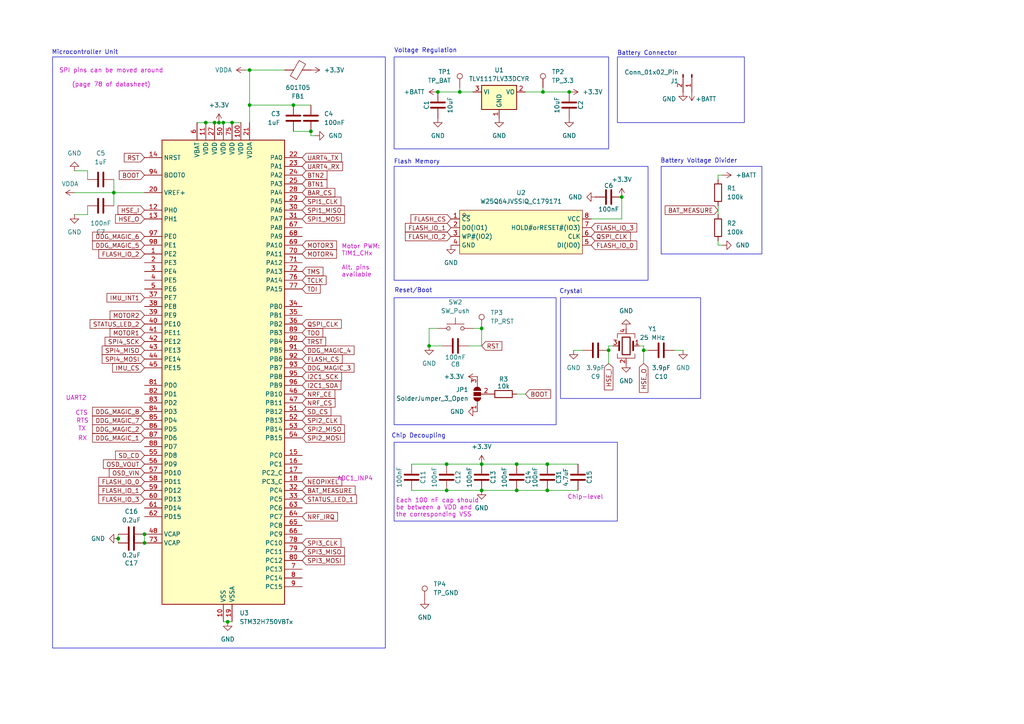
<source format=kicad_sch>
(kicad_sch (version 20250114) (generator "eeschema") (generator_version "9.0")
  (paper "A4")
  (lib_symbols
    (symbol "Connector:Conn_01x02_Pin" (pin_names (offset 1.016) (hide yes))
      (property "Reference" "J" (at 0 2.54 0))
      (property "Value" "Conn_01x02_Pin" (at 0 -5.08 0))
      (symbol "Conn_01x02_Pin_1_1"
        (rectangle (start 0.8636 0.127) (end 0 -0.127) (stroke (width 0.1524)) (fill (type outline)))
        (rectangle (start 0.8636 -2.413) (end 0 -2.667) (stroke (width 0.1524)) (fill (type outline)))
        (polyline (pts (xy 1.27 0) (xy 0.8636 0)) (stroke (width 0.1524)))
        (polyline (pts (xy 1.27 -2.54) (xy 0.8636 -2.54)) (stroke (width 0.1524)))
        (pin passive line (at 5.08 0 180) (length 3.81) (name "Pin_1") (number "1"))
        (pin passive line (at 5.08 -2.54 180) (length 3.81) (name "Pin_2") (number "2"))
      )
    )
    (symbol "Connector:TestPoint" (pin_numbers (hide yes)) (pin_names (offset 0.762) (hide yes))
      (property "Reference" "TP" (at 0 6.858 0))
      (property "Value" "TestPoint" (at 0 5.08 0))
      (symbol "TestPoint_0_1"
        (circle (center 0 3.302) (radius 0.762))
      )
      (symbol "TestPoint_1_1"
        (pin passive line (at 0 0 90) (length 2.54) (name "1") (number "1"))
      )
    )
    (symbol "Device:C" (pin_numbers (hide yes)) (pin_names (offset 0.254))
      (property "Reference" "C" (at 0.635 2.54 0))
      (property "Value" "C" (at 0.635 -2.54 0))
      (symbol "C_0_1"
        (polyline (pts (xy -2.032 0.762) (xy 2.032 0.762)) (stroke (width 0.508)))
        (polyline (pts (xy -2.032 -0.762) (xy 2.032 -0.762)) (stroke (width 0.508)))
      )
      (symbol "C_1_1"
        (pin passive line (at 0 3.81 270) (length 2.794) (name "~") (number "1"))
        (pin passive line (at 0 -3.81 90) (length 2.794) (name "~") (number "2"))
      )
    )
    (symbol "Device:Crystal_GND24" (pin_names (offset 1.016) (hide yes))
      (property "Reference" "Y" (at 3.175 5.08 0))
      (property "Value" "Crystal_GND24" (at 3.175 3.175 0))
      (symbol "Crystal_GND24_0_1"
        (polyline (pts (xy -2.54 2.286) (xy -2.54 3.556) (xy 2.54 3.556) (xy 2.54 2.286)))
        (polyline (pts (xy -2.54 0) (xy -2.032 0)))
        (polyline (pts (xy -2.54 -2.286) (xy -2.54 -3.556) (xy 2.54 -3.556) (xy 2.54 -2.286)))
        (polyline (pts (xy -2.032 -1.27) (xy -2.032 1.27)) (stroke (width 0.508)))
        (rectangle (start -1.143 2.54) (end 1.143 -2.54) (stroke (width 0.3048)))
        (polyline (pts (xy 0 3.556) (xy 0 3.81)))
        (polyline (pts (xy 0 -3.81) (xy 0 -3.556)))
        (polyline (pts (xy 2.032 0) (xy 2.54 0)))
        (polyline (pts (xy 2.032 -1.27) (xy 2.032 1.27)) (stroke (width 0.508)))
      )
      (symbol "Crystal_GND24_1_1"
        (pin passive line (at -3.81 0 0) (length 1.27) (name "1") (number "1"))
        (pin passive line (at 0 5.08 270) (length 1.27) (name "2") (number "2"))
        (pin passive line (at 0 -5.08 90) (length 1.27) (name "4") (number "4"))
        (pin passive line (at 3.81 0 180) (length 1.27) (name "3") (number "3"))
      )
    )
    (symbol "Device:FerriteBead" (pin_numbers (hide yes)) (pin_names (offset 0))
      (property "Reference" "FB" (at -3.81 0.635 90))
      (property "Value" "FerriteBead" (at 3.81 0 90))
      (symbol "FerriteBead_0_1"
        (polyline (pts (xy -2.7686 0.4064) (xy -1.7018 2.2606) (xy 2.7686 -0.3048) (xy 1.6764 -2.159) (xy -2.7686 0.4064)))
        (polyline (pts (xy 0 1.27) (xy 0 1.2954)))
        (polyline (pts (xy 0 -1.27) (xy 0 -1.2192)))
      )
      (symbol "FerriteBead_1_1"
        (pin passive line (at 0 3.81 270) (length 2.54) (name "~") (number "1"))
        (pin passive line (at 0 -3.81 90) (length 2.54) (name "~") (number "2"))
      )
    )
    (symbol "Device:R" (pin_numbers (hide yes)) (pin_names (offset 0))
      (property "Reference" "R" (at 2.032 0 90))
      (property "Value" "R" (at 0 0 90))
      (symbol "R_0_1"
        (rectangle (start -1.016 -2.54) (end 1.016 2.54) (stroke (width 0.254)))
      )
      (symbol "R_1_1"
        (pin passive line (at 0 3.81 270) (length 1.27) (name "~") (number "1"))
        (pin passive line (at 0 -3.81 90) (length 1.27) (name "~") (number "2"))
      )
    )
    (symbol "Jumper:SolderJumper_3_Open" (pin_names (offset 0) (hide yes)) (in_bom no)
      (property "Reference" "JP" (at -2.54 -2.54 0))
      (property "Value" "SolderJumper_3_Open" (at 0 2.794 0))
      (symbol "SolderJumper_3_Open_0_1"
        (polyline (pts (xy -2.54 0) (xy -2.032 0)))
        (polyline (pts (xy -1.016 1.016) (xy -1.016 -1.016)))
        (arc (start -1.016 -1.016) (mid -2.0276 0) (end -1.016 1.016))
        (arc (start -1.016 -1.016) (mid -2.0276 0) (end -1.016 1.016) (fill (type outline)))
        (rectangle (start -0.508 1.016) (end 0.508 -1.016) (fill (type outline)))
        (polyline (pts (xy 0 -1.27) (xy 0 -1.016)))
        (arc (start 1.016 1.016) (mid 2.0276 0) (end 1.016 -1.016))
        (arc (start 1.016 1.016) (mid 2.0276 0) (end 1.016 -1.016) (fill (type outline)))
        (polyline (pts (xy 1.016 1.016) (xy 1.016 -1.016)))
        (polyline (pts (xy 2.54 0) (xy 2.032 0)))
      )
      (symbol "SolderJumper_3_Open_1_1"
        (pin passive line (at -5.08 0 0) (length 2.54) (name "A") (number "1"))
        (pin passive line (at 0 -3.81 90) (length 2.54) (name "C") (number "2"))
        (pin passive line (at 5.08 0 180) (length 2.54) (name "B") (number "3"))
      )
    )
    (symbol "MCU_ST_STM32H7:STM32H750VBTx"
      (property "Reference" "U" (at -17.78 69.85 0))
      (property "Value" "STM32H750VBTx" (at 10.16 69.85 0))
      (symbol "STM32H750VBTx_0_1"
        (rectangle (start -17.78 -66.04) (end 17.78 68.58) (stroke (width 0.254)) (fill (type background)))
      )
      (symbol "STM32H750VBTx_1_1"
        (pin input line (at -22.86 63.5 0) (length 5.08) (name "NRST") (number "14"))
        (pin input line (at -22.86 58.42 0) (length 5.08) (name "BOOT0") (number "94"))
        (pin input line (at -22.86 53.34 0) (length 5.08) (name "VREF+") (number "20"))
        (pin bidirectional line (at -22.86 48.26 0) (length 5.08) (name "PH0") (number "12"))
        (pin bidirectional line (at -22.86 45.72 0) (length 5.08) (name "PH1") (number "13"))
        (pin bidirectional line (at -22.86 40.64 0) (length 5.08) (name "PE0") (number "97"))
        (pin bidirectional line (at -22.86 38.1 0) (length 5.08) (name "PE1") (number "98"))
        (pin bidirectional line (at -22.86 35.56 0) (length 5.08) (name "PE2") (number "1"))
        (pin bidirectional line (at -22.86 33.02 0) (length 5.08) (name "PE3") (number "2"))
        (pin bidirectional line (at -22.86 30.48 0) (length 5.08) (name "PE4") (number "3"))
        (pin bidirectional line (at -22.86 27.94 0) (length 5.08) (name "PE5") (number "4"))
        (pin bidirectional line (at -22.86 25.4 0) (length 5.08) (name "PE6") (number "5"))
        (pin bidirectional line (at -22.86 22.86 0) (length 5.08) (name "PE7") (number "37"))
        (pin bidirectional line (at -22.86 20.32 0) (length 5.08) (name "PE8") (number "38"))
        (pin bidirectional line (at -22.86 17.78 0) (length 5.08) (name "PE9") (number "39"))
        (pin bidirectional line (at -22.86 15.24 0) (length 5.08) (name "PE10") (number "40"))
        (pin bidirectional line (at -22.86 12.7 0) (length 5.08) (name "PE11") (number "41"))
        (pin bidirectional line (at -22.86 10.16 0) (length 5.08) (name "PE12") (number "42"))
        (pin bidirectional line (at -22.86 7.62 0) (length 5.08) (name "PE13") (number "43"))
        (pin bidirectional line (at -22.86 5.08 0) (length 5.08) (name "PE14") (number "44"))
        (pin bidirectional line (at -22.86 2.54 0) (length 5.08) (name "PE15") (number "45"))
        (pin bidirectional line (at -22.86 -2.54 0) (length 5.08) (name "PD0") (number "81"))
        (pin bidirectional line (at -22.86 -5.08 0) (length 5.08) (name "PD1") (number "82"))
        (pin bidirectional line (at -22.86 -7.62 0) (length 5.08) (name "PD2") (number "83"))
        (pin bidirectional line (at -22.86 -10.16 0) (length 5.08) (name "PD3") (number "84"))
        (pin bidirectional line (at -22.86 -12.7 0) (length 5.08) (name "PD4") (number "85"))
        (pin bidirectional line (at -22.86 -15.24 0) (length 5.08) (name "PD5") (number "86"))
        (pin bidirectional line (at -22.86 -17.78 0) (length 5.08) (name "PD6") (number "87"))
        (pin bidirectional line (at -22.86 -20.32 0) (length 5.08) (name "PD7") (number "88"))
        (pin bidirectional line (at -22.86 -22.86 0) (length 5.08) (name "PD8") (number "55"))
        (pin bidirectional line (at -22.86 -25.4 0) (length 5.08) (name "PD9") (number "56"))
        (pin bidirectional line (at -22.86 -27.94 0) (length 5.08) (name "PD10") (number "57"))
        (pin bidirectional line (at -22.86 -30.48 0) (length 5.08) (name "PD11") (number "58"))
        (pin bidirectional line (at -22.86 -33.02 0) (length 5.08) (name "PD12") (number "59"))
        (pin bidirectional line (at -22.86 -35.56 0) (length 5.08) (name "PD13") (number "60"))
        (pin bidirectional line (at -22.86 -38.1 0) (length 5.08) (name "PD14") (number "61"))
        (pin bidirectional line (at -22.86 -40.64 0) (length 5.08) (name "PD15") (number "62"))
        (pin power_out line (at -22.86 -45.72 0) (length 5.08) (name "VCAP") (number "48"))
        (pin power_out line (at -22.86 -48.26 0) (length 5.08) (name "VCAP") (number "73"))
        (pin power_in line (at -7.62 73.66 270) (length 5.08) (name "VBAT") (number "6"))
        (pin power_in line (at -5.08 73.66 270) (length 5.08) (name "VDD") (number "11"))
        (pin power_in line (at -2.54 73.66 270) (length 5.08) (name "VDD") (number "27"))
        (pin power_in line (at 0 73.66 270) (length 5.08) (name "VDD") (number "50"))
        (pin power_in line (at 0 -71.12 90) (length 5.08) (name "VSS") (number "10"))
        (pin passive line (at 0 -71.12 90) (length 5.08) (hide yes) (name "VSS") (number "26"))
        (pin passive line (at 0 -71.12 90) (length 5.08) (hide yes) (name "VSS") (number "49"))
        (pin passive line (at 0 -71.12 90) (length 5.08) (hide yes) (name "VSS") (number "74"))
        (pin passive line (at 0 -71.12 90) (length 5.08) (hide yes) (name "VSS") (number "99"))
        (pin power_in line (at 2.54 73.66 270) (length 5.08) (name "VDD") (number "75"))
        (pin power_in line (at 2.54 -71.12 90) (length 5.08) (name "VSSA") (number "19"))
        (pin power_in line (at 5.08 73.66 270) (length 5.08) (name "VDD") (number "100"))
        (pin power_in line (at 7.62 73.66 270) (length 5.08) (name "VDDA") (number "21"))
        (pin bidirectional line (at 22.86 63.5 180) (length 5.08) (name "PA0") (number "22"))
        (pin bidirectional line (at 22.86 60.96 180) (length 5.08) (name "PA1") (number "23"))
        (pin bidirectional line (at 22.86 58.42 180) (length 5.08) (name "PA2") (number "24"))
        (pin bidirectional line (at 22.86 55.88 180) (length 5.08) (name "PA3") (number "25"))
        (pin bidirectional line (at 22.86 53.34 180) (length 5.08) (name "PA4") (number "28"))
        (pin bidirectional line (at 22.86 50.8 180) (length 5.08) (name "PA5") (number "29"))
        (pin bidirectional line (at 22.86 48.26 180) (length 5.08) (name "PA6") (number "30"))
        (pin bidirectional line (at 22.86 45.72 180) (length 5.08) (name "PA7") (number "31"))
        (pin bidirectional line (at 22.86 43.18 180) (length 5.08) (name "PA8") (number "67"))
        (pin bidirectional line (at 22.86 40.64 180) (length 5.08) (name "PA9") (number "68"))
        (pin bidirectional line (at 22.86 38.1 180) (length 5.08) (name "PA10") (number "69"))
        (pin bidirectional line (at 22.86 35.56 180) (length 5.08) (name "PA11") (number "70"))
        (pin bidirectional line (at 22.86 33.02 180) (length 5.08) (name "PA12") (number "71"))
        (pin bidirectional line (at 22.86 30.48 180) (length 5.08) (name "PA13") (number "72"))
        (pin bidirectional line (at 22.86 27.94 180) (length 5.08) (name "PA14") (number "76"))
        (pin bidirectional line (at 22.86 25.4 180) (length 5.08) (name "PA15") (number "77"))
        (pin bidirectional line (at 22.86 20.32 180) (length 5.08) (name "PB0") (number "34"))
        (pin bidirectional line (at 22.86 17.78 180) (length 5.08) (name "PB1") (number "35"))
        (pin bidirectional line (at 22.86 15.24 180) (length 5.08) (name "PB2") (number "36"))
        (pin bidirectional line (at 22.86 12.7 180) (length 5.08) (name "PB3") (number "89"))
        (pin bidirectional line (at 22.86 10.16 180) (length 5.08) (name "PB4") (number "90"))
        (pin bidirectional line (at 22.86 7.62 180) (length 5.08) (name "PB5") (number "91"))
        (pin bidirectional line (at 22.86 5.08 180) (length 5.08) (name "PB6") (number "92"))
        (pin bidirectional line (at 22.86 2.54 180) (length 5.08) (name "PB7") (number "93"))
        (pin bidirectional line (at 22.86 0 180) (length 5.08) (name "PB8") (number "95"))
        (pin bidirectional line (at 22.86 -2.54 180) (length 5.08) (name "PB9") (number "96"))
        (pin bidirectional line (at 22.86 -5.08 180) (length 5.08) (name "PB10") (number "46"))
        (pin bidirectional line (at 22.86 -7.62 180) (length 5.08) (name "PB11") (number "47"))
        (pin bidirectional line (at 22.86 -10.16 180) (length 5.08) (name "PB12") (number "51"))
        (pin bidirectional line (at 22.86 -12.7 180) (length 5.08) (name "PB13") (number "52"))
        (pin bidirectional line (at 22.86 -15.24 180) (length 5.08) (name "PB14") (number "53"))
        (pin bidirectional line (at 22.86 -17.78 180) (length 5.08) (name "PB15") (number "54"))
        (pin bidirectional line (at 22.86 -22.86 180) (length 5.08) (name "PC0") (number "15"))
        (pin bidirectional line (at 22.86 -25.4 180) (length 5.08) (name "PC1") (number "16"))
        (pin bidirectional line (at 22.86 -27.94 180) (length 5.08) (name "PC2_C") (number "17"))
        (pin bidirectional line (at 22.86 -30.48 180) (length 5.08) (name "PC3_C") (number "18"))
        (pin bidirectional line (at 22.86 -33.02 180) (length 5.08) (name "PC4") (number "32"))
        (pin bidirectional line (at 22.86 -35.56 180) (length 5.08) (name "PC5") (number "33"))
        (pin bidirectional line (at 22.86 -38.1 180) (length 5.08) (name "PC6") (number "63"))
        (pin bidirectional line (at 22.86 -40.64 180) (length 5.08) (name "PC7") (number "64"))
        (pin bidirectional line (at 22.86 -43.18 180) (length 5.08) (name "PC8") (number "65"))
        (pin bidirectional line (at 22.86 -45.72 180) (length 5.08) (name "PC9") (number "66"))
        (pin bidirectional line (at 22.86 -48.26 180) (length 5.08) (name "PC10") (number "78"))
        (pin bidirectional line (at 22.86 -50.8 180) (length 5.08) (name "PC11") (number "79"))
        (pin bidirectional line (at 22.86 -53.34 180) (length 5.08) (name "PC12") (number "80"))
        (pin bidirectional line (at 22.86 -55.88 180) (length 5.08) (name "PC13") (number "7"))
        (pin bidirectional line (at 22.86 -58.42 180) (length 5.08) (name "PC14") (number "8"))
        (pin bidirectional line (at 22.86 -60.96 180) (length 5.08) (name "PC15") (number "9"))
      )
    )
    (symbol "Regulator_Linear:AMS1117-3.3"
      (property "Reference" "U" (at -3.81 3.175 0))
      (property "Value" "AMS1117-3.3" (at 0 3.175 0))
      (symbol "AMS1117-3.3_0_1"
        (rectangle (start -5.08 -5.08) (end 5.08 1.905) (stroke (width 0.254)) (fill (type background)))
      )
      (symbol "AMS1117-3.3_1_1"
        (pin power_in line (at -7.62 0 0) (length 2.54) (name "VI") (number "3"))
        (pin power_in line (at 0 -7.62 90) (length 2.54) (name "GND") (number "1"))
        (pin power_out line (at 7.62 0 180) (length 2.54) (name "VO") (number "2"))
      )
    )
    (symbol "Switch:SW_Push" (pin_numbers (hide yes)) (pin_names (offset 1.016) (hide yes))
      (property "Reference" "SW" (at 1.27 2.54 0))
      (property "Value" "SW_Push" (at 0 -1.524 0))
      (symbol "SW_Push_0_1"
        (circle (center -2.032 0) (radius 0.508))
        (polyline (pts (xy 0 1.27) (xy 0 3.048)))
        (circle (center 2.032 0) (radius 0.508))
        (polyline (pts (xy 2.54 1.27) (xy -2.54 1.27)))
        (pin passive line (at -5.08 0 0) (length 2.54) (name "1") (number "1"))
        (pin passive line (at 5.08 0 180) (length 2.54) (name "2") (number "2"))
      )
    )
    (symbol "lcsc:W25Q64JVSSIQ_C179171"
      (property "Reference" "U" (at 0 8.89 0))
      (property "Value" "W25Q64JVSSIQ_C179171" (at 0 -8.89 0))
      (symbol "W25Q64JVSSIQ_C179171_0_1"
        (rectangle (start -17.78 6.35) (end 17.78 -6.35) (fill (type background)))
        (circle (center -16.51 5.08) (radius 0.38))
        (pin unspecified line (at -20.32 3.81 0) (length 2.54) (name "~{CS}") (number "1"))
        (pin unspecified line (at -20.32 1.27 0) (length 2.54) (name "DO(IO1)") (number "2"))
        (pin unspecified line (at -20.32 -1.27 0) (length 2.54) (name "WP#(IO2)") (number "3"))
        (pin unspecified line (at -20.32 -3.81 0) (length 2.54) (name "GND") (number "4"))
        (pin unspecified line (at 20.32 3.81 180) (length 2.54) (name "VCC") (number "8"))
        (pin unspecified line (at 20.32 1.27 180) (length 2.54) (name "HOLD#orRESET#(IO3)") (number "7"))
        (pin unspecified line (at 20.32 -1.27 180) (length 2.54) (name "CLK") (number "6"))
        (pin unspecified line (at 20.32 -3.81 180) (length 2.54) (name "DI(IO0)") (number "5"))
      )
    )
    (symbol "power:+3.3V" (power) (pin_numbers (hide yes)) (pin_names (offset 0) (hide yes))
      (property "Value" "+3.3V" (at 0 3.556 0))
      (symbol "+3.3V_0_1"
        (polyline (pts (xy -0.762 1.27) (xy 0 2.54)))
        (polyline (pts (xy 0 2.54) (xy 0.762 1.27)))
        (polyline (pts (xy 0 0) (xy 0 2.54)))
      )
      (symbol "+3.3V_1_1"
        (pin power_in line (at 0 0 90) (length 0) (name "~") (number "1"))
      )
    )
    (symbol "power:+BATT" (power) (pin_numbers (hide yes)) (pin_names (offset 0) (hide yes))
      (property "Value" "+BATT" (at 0 3.556 0))
      (symbol "+BATT_0_1"
        (polyline (pts (xy -0.762 1.27) (xy 0 2.54)))
        (polyline (pts (xy 0 2.54) (xy 0.762 1.27)))
        (polyline (pts (xy 0 0) (xy 0 2.54)))
      )
      (symbol "+BATT_1_1"
        (pin power_in line (at 0 0 90) (length 0) (name "~") (number "1"))
      )
    )
    (symbol "power:GND" (power) (pin_numbers (hide yes)) (pin_names (offset 0) (hide yes))
      (property "Value" "GND" (at 0 -3.81 0))
      (symbol "GND_0_1"
        (polyline (pts (xy 0 0) (xy 0 -1.27) (xy 1.27 -1.27) (xy 0 -2.54) (xy -1.27 -1.27) (xy 0 -1.27)))
      )
      (symbol "GND_1_1"
        (pin power_in line (at 0 0 270) (length 0) (name "~") (number "1"))
      )
    )
    (symbol "power:VDDA" (power) (pin_numbers (hide yes)) (pin_names (offset 0) (hide yes))
      (property "Value" "VDDA" (at 0 3.556 0))
      (symbol "VDDA_0_1"
        (polyline (pts (xy -0.762 1.27) (xy 0 2.54)))
        (polyline (pts (xy 0 2.54) (xy 0.762 1.27)))
        (polyline (pts (xy 0 0) (xy 0 2.54)))
      )
      (symbol "VDDA_1_1"
        (pin power_in line (at 0 0 90) (length 0) (name "~") (number "1"))
      )
    )
  )
  (rectangle (start 114.3 128.27) (end 179.07 151.13))
  (rectangle (start 114.3 48.26) (end 187.96 81.28))
  (rectangle (start 15.24 16.51) (end 111.76 187.96))
  (rectangle (start 114.3 16.51) (end 176.53 43.18))
  (rectangle (start 114.3 86.36) (end 161.29 123.19))
  (rectangle (start 191.77 48.26) (end 220.98 73.66))
  (rectangle (start 162.56 86.36) (end 203.2 115.57))
  (rectangle (start 179.07 16.51) (end 215.9 35.56))
  (text "Reset/Boot" (at 119.888 84.328 0) (effects (font (size 1.27 1.27))))
  (text "Crystal" (at 165.608 84.582 0) (effects (font (size 1.27 1.27))))
  (text "Voltage Regulation" (at 123.444 14.732 0) (effects (font (size 1.27 1.27))))
  (text "UART2" (at 19.05 115.57 0) (effects (font (size 1.27 1.27)) (justify left)))
  (text "CTS" (at 21.844 119.888 0) (effects (font (size 1.27 1.27)) (justify left)))
  (text "Chip-level" (at 164.592 144.272 0) (effects (font (size 1.27 1.27)) (justify left)))
  (text "Battery Connector" (at 187.706 15.494 0) (effects (font (size 1.27 1.27))))
  (text "Flash Memory" (at 120.904 46.99 0) (effects (font (size 1.27 1.27))))
  (text "Battery Voltage Divider" (at 202.692 46.736 0) (effects (font (size 1.27 1.27))))
  (text "Microcontroller Unit" (at 14.986 15.24 0) (effects (font (size 1.27 1.27)) (justify left)))
  (text "Each 100 nF cap should\nbe between a VDD and\nthe corresponding VSS" (at 114.808 147.32 0) (effects (font (size 1.27 1.27)) (justify left)))
  (text "TX" (at 22.606 124.46 0) (effects (font (size 1.27 1.27)) (justify left)))
  (text "SPI pins can be moved around\n\n(page 78 of datasheet)" (at 32.258 22.606 0) (effects (font (size 1.27 1.27))))
  (text "ADC1_INP4" (at 97.79 138.938 0) (effects (font (size 1.27 1.27)) (justify left)))
  (text "Motor PWM:\nTIM1_CHx\n\nAlt. pins\navailable\n" (at 99.06 75.692 0) (effects (font (size 1.27 1.27)) (justify left)))
  (text "RTS" (at 22.098 122.174 0) (effects (font (size 1.27 1.27)) (justify left)))
  (text "Chip Decoupling" (at 121.412 126.492 0) (effects (font (size 1.27 1.27))))
  (text "RX" (at 22.606 127.254 0) (effects (font (size 1.27 1.27)) (justify left)))
  (junction (at 59.69 35.56))
  (junction (at 139.7 134.62))
  (junction (at 139.7 95.25))
  (junction (at 176.53 101.6))
  (junction (at 67.31 35.56))
  (junction (at 149.86 142.24))
  (junction (at 41.91 157.48))
  (junction (at 165.1 26.67))
  (junction (at 157.48 26.67))
  (junction (at 149.86 134.62))
  (junction (at 33.02 55.88))
  (junction (at 63.5 35.56))
  (junction (at 158.75 134.62))
  (junction (at 66.04 180.34))
  (junction (at 127 26.67))
  (junction (at 72.39 20.32))
  (junction (at 72.39 30.48))
  (junction (at 129.54 142.24))
  (junction (at 124.46 100.33))
  (junction (at 41.91 154.94))
  (junction (at 85.09 30.48))
  (junction (at 139.7 142.24))
  (junction (at 90.17 38.1))
  (junction (at 129.54 134.62))
  (junction (at 34.29 156.21))
  (junction (at 158.75 142.24))
  (junction (at 62.23 35.56))
  (junction (at 133.35 26.67))
  (junction (at 186.69 101.6))
  (junction (at 180.34 57.15))
  (junction (at 64.77 35.56))
  (wire (pts (xy 139.7 95.25) (xy 139.7 100.33)))
  (wire (pts (xy 129.54 142.24) (xy 139.7 142.24)))
  (wire (pts (xy 34.29 156.21) (xy 34.29 157.48)))
  (wire (pts (xy 59.69 35.56) (xy 62.23 35.56)))
  (wire (pts (xy 21.59 49.53) (xy 25.4 49.53)))
  (wire (pts (xy 41.91 154.94) (xy 41.91 157.48)))
  (wire (pts (xy 180.34 57.15) (xy 180.34 63.5)))
  (wire (pts (xy 62.23 35.56) (xy 63.5 35.56)))
  (wire (pts (xy 85.09 30.48) (xy 90.17 30.48)))
  (wire (pts (xy 198.12 101.6) (xy 195.58 101.6)))
  (wire (pts (xy 64.77 35.56) (xy 67.31 35.56)))
  (wire (pts (xy 72.39 20.32) (xy 82.55 20.32)))
  (wire (pts (xy 119.38 142.24) (xy 129.54 142.24)))
  (wire (pts (xy 133.35 25.4) (xy 133.35 26.67)))
  (wire (pts (xy 139.7 134.62) (xy 149.86 134.62)))
  (wire (pts (xy 158.75 142.24) (xy 167.64 142.24)))
  (wire (pts (xy 72.39 30.48) (xy 72.39 35.56)))
  (wire (pts (xy 139.7 142.24) (xy 149.86 142.24)))
  (wire (pts (xy 186.69 101.6) (xy 186.69 105.41)))
  (wire (pts (xy 186.69 101.6) (xy 187.96 101.6)))
  (wire (pts (xy 128.27 100.33) (xy 124.46 100.33)))
  (wire (pts (xy 157.48 26.67) (xy 165.1 26.67)))
  (wire (pts (xy 158.75 134.62) (xy 167.64 134.62)))
  (wire (pts (xy 72.39 20.32) (xy 72.39 30.48)))
  (wire (pts (xy 176.53 100.33) (xy 177.8 100.33)))
  (wire (pts (xy 72.39 30.48) (xy 85.09 30.48)))
  (wire (pts (xy 152.4 26.67) (xy 157.48 26.67)))
  (wire (pts (xy 34.29 154.94) (xy 34.29 156.21)))
  (wire (pts (xy 149.86 134.62) (xy 158.75 134.62)))
  (wire (pts (xy 90.17 39.37) (xy 91.44 39.37)))
  (wire (pts (xy 33.02 52.07) (xy 33.02 55.88)))
  (wire (pts (xy 208.28 59.69) (xy 208.28 62.23)))
  (wire (pts (xy 124.46 100.33) (xy 124.46 95.25)))
  (wire (pts (xy 133.35 26.67) (xy 137.16 26.67)))
  (wire (pts (xy 21.59 62.23) (xy 25.4 62.23)))
  (wire (pts (xy 149.86 114.3) (xy 152.4 114.3)))
  (wire (pts (xy 208.28 71.12) (xy 208.28 69.85)))
  (wire (pts (xy 85.09 38.1) (xy 90.17 38.1)))
  (wire (pts (xy 66.04 180.34) (xy 64.77 180.34)))
  (wire (pts (xy 135.89 100.33) (xy 139.7 100.33)))
  (wire (pts (xy 176.53 100.33) (xy 176.53 101.6)))
  (wire (pts (xy 71.12 20.32) (xy 72.39 20.32)))
  (wire (pts (xy 25.4 62.23) (xy 25.4 59.69)))
  (wire (pts (xy 57.15 35.56) (xy 59.69 35.56)))
  (wire (pts (xy 157.48 25.4) (xy 157.48 26.67)))
  (wire (pts (xy 33.02 55.88) (xy 41.91 55.88)))
  (wire (pts (xy 127 26.67) (xy 133.35 26.67)))
  (wire (pts (xy 66.04 180.34) (xy 67.31 180.34)))
  (wire (pts (xy 209.55 50.8) (xy 208.28 50.8)))
  (wire (pts (xy 90.17 38.1) (xy 90.17 39.37)))
  (wire (pts (xy 25.4 49.53) (xy 25.4 52.07)))
  (wire (pts (xy 124.46 95.25) (xy 127 95.25)))
  (wire (pts (xy 119.38 134.62) (xy 129.54 134.62)))
  (wire (pts (xy 185.42 100.33) (xy 186.69 100.33)))
  (wire (pts (xy 129.54 134.62) (xy 139.7 134.62)))
  (wire (pts (xy 149.86 142.24) (xy 158.75 142.24)))
  (wire (pts (xy 21.59 55.88) (xy 33.02 55.88)))
  (wire (pts (xy 176.53 101.6) (xy 176.53 105.41)))
  (wire (pts (xy 208.28 50.8) (xy 208.28 52.07)))
  (wire (pts (xy 186.69 100.33) (xy 186.69 101.6)))
  (wire (pts (xy 137.16 95.25) (xy 139.7 95.25)))
  (wire (pts (xy 33.02 55.88) (xy 33.02 59.69)))
  (wire (pts (xy 67.31 35.56) (xy 69.85 35.56)))
  (wire (pts (xy 63.5 35.56) (xy 64.77 35.56)))
  (wire (pts (xy 166.37 101.6) (xy 168.91 101.6)))
  (wire (pts (xy 209.55 71.12) (xy 208.28 71.12)))
  (wire (pts (xy 180.34 63.5) (xy 171.45 63.5)))
  (global_label "BAT_MEASURE" (shape input) (at 208.28 60.96 180) (property "Intersheetrefs" "${INTERSHEET_REFS}" (effects (hide yes))))
  (global_label "DDG_MAGIC_4" (shape input) (at 87.63 101.6 0) (property "Intersheetrefs" "${INTERSHEET_REFS}" (effects (hide yes))))
  (global_label "DDG_MAGIC_6" (shape input) (at 41.91 68.58 180) (property "Intersheetrefs" "${INTERSHEET_REFS}" (effects (hide yes))))
  (global_label "BAT_MEASURE" (shape input) (at 87.63 142.24 0) (property "Intersheetrefs" "${INTERSHEET_REFS}" (effects (hide yes))))
  (global_label "SPI1_CLK" (shape input) (at 87.63 58.42 0) (property "Intersheetrefs" "${INTERSHEET_REFS}" (effects (hide yes))))
  (global_label "I2C1_SDA" (shape input) (at 87.63 111.76 0) (property "Intersheetrefs" "${INTERSHEET_REFS}" (effects (hide yes))))
  (global_label "FLASH_IO_1" (shape input) (at 130.81 66.04 180) (property "Intersheetrefs" "${INTERSHEET_REFS}" (effects (hide yes))))
  (global_label "TDO" (shape input) (at 87.63 96.52 0) (property "Intersheetrefs" "${INTERSHEET_REFS}" (effects (hide yes))))
  (global_label "SPI2_MOSI" (shape input) (at 87.63 127 0) (property "Intersheetrefs" "${INTERSHEET_REFS}" (effects (hide yes))))
  (global_label "STATUS_LED_2" (shape input) (at 41.91 93.98 180) (property "Intersheetrefs" "${INTERSHEET_REFS}" (effects (hide yes))))
  (global_label "SPI4_SCK" (shape input) (at 41.91 99.06 180) (property "Intersheetrefs" "${INTERSHEET_REFS}" (effects (hide yes))))
  (global_label "TMS" (shape input) (at 87.63 78.74 0) (property "Intersheetrefs" "${INTERSHEET_REFS}" (effects (hide yes))))
  (global_label "IMU_CS" (shape input) (at 41.91 106.68 180) (property "Intersheetrefs" "${INTERSHEET_REFS}" (effects (hide yes))))
  (global_label "HSE_I" (shape input) (at 176.53 105.41 270) (property "Intersheetrefs" "${INTERSHEET_REFS}" (effects (hide yes))))
  (global_label "FLASH_IO_0" (shape input) (at 171.45 71.12 0) (property "Intersheetrefs" "${INTERSHEET_REFS}" (effects (hide yes))))
  (global_label "OSD_VIN" (shape input) (at 41.91 137.16 180) (property "Intersheetrefs" "${INTERSHEET_REFS}" (effects (hide yes))))
  (global_label "BOOT" (shape input) (at 152.4 114.3 0) (property "Intersheetrefs" "${INTERSHEET_REFS}" (effects (hide yes))))
  (global_label "FLASH_IO_2" (shape input) (at 130.81 68.58 180) (property "Intersheetrefs" "${INTERSHEET_REFS}" (effects (hide yes))))
  (global_label "TCLK" (shape input) (at 87.63 81.28 0) (property "Intersheetrefs" "${INTERSHEET_REFS}" (effects (hide yes))))
  (global_label "SPI4_MOSI" (shape input) (at 41.91 104.14 180) (property "Intersheetrefs" "${INTERSHEET_REFS}" (effects (hide yes))))
  (global_label "DDG_MAGIC_7" (shape input) (at 41.91 121.92 180) (property "Intersheetrefs" "${INTERSHEET_REFS}" (effects (hide yes))))
  (global_label "SPI2_MISO" (shape input) (at 87.63 124.46 0) (property "Intersheetrefs" "${INTERSHEET_REFS}" (effects (hide yes))))
  (global_label "BAR_CS" (shape input) (at 87.63 55.88 0) (property "Intersheetrefs" "${INTERSHEET_REFS}" (effects (hide yes))))
  (global_label "HSE_O" (shape input) (at 41.91 63.5 180) (property "Intersheetrefs" "${INTERSHEET_REFS}" (effects (hide yes))))
  (global_label "OSD_VOUT" (shape input) (at 41.91 134.62 180) (property "Intersheetrefs" "${INTERSHEET_REFS}" (effects (hide yes))))
  (global_label "FLASH_CS" (shape input) (at 87.63 104.14 0) (property "Intersheetrefs" "${INTERSHEET_REFS}" (effects (hide yes))))
  (global_label "MOTOR4" (shape input) (at 87.63 73.66 0) (property "Intersheetrefs" "${INTERSHEET_REFS}" (effects (hide yes))))
  (global_label "DDG_MAGIC_1" (shape input) (at 41.91 127 180) (property "Intersheetrefs" "${INTERSHEET_REFS}" (effects (hide yes))))
  (global_label "BOOT" (shape input) (at 41.91 50.8 180) (property "Intersheetrefs" "${INTERSHEET_REFS}" (effects (hide yes))))
  (global_label "TRST" (shape input) (at 87.63 99.06 0) (property "Intersheetrefs" "${INTERSHEET_REFS}" (effects (hide yes))))
  (global_label "HSE_O" (shape input) (at 186.69 105.41 270) (property "Intersheetrefs" "${INTERSHEET_REFS}" (effects (hide yes))))
  (global_label "SPI1_MISO" (shape input) (at 87.63 60.96 0) (property "Intersheetrefs" "${INTERSHEET_REFS}" (effects (hide yes))))
  (global_label "SPI2_CLK" (shape input) (at 87.63 121.92 0) (property "Intersheetrefs" "${INTERSHEET_REFS}" (effects (hide yes))))
  (global_label "STATUS_LED_1" (shape input) (at 87.63 144.78 0) (property "Intersheetrefs" "${INTERSHEET_REFS}" (effects (hide yes))))
  (global_label "SPI3_MISO" (shape input) (at 87.63 160.02 0) (property "Intersheetrefs" "${INTERSHEET_REFS}" (effects (hide yes))))
  (global_label "FLASH_IO_1" (shape input) (at 41.91 142.24 180) (property "Intersheetrefs" "${INTERSHEET_REFS}" (effects (hide yes))))
  (global_label "DDG_MAGIC_3" (shape input) (at 87.63 106.68 0) (property "Intersheetrefs" "${INTERSHEET_REFS}" (effects (hide yes))))
  (global_label "UART4_TX" (shape input) (at 87.63 45.72 0) (property "Intersheetrefs" "${INTERSHEET_REFS}" (effects (hide yes))))
  (global_label "FLASH_CS" (shape input) (at 130.81 63.5 180) (property "Intersheetrefs" "${INTERSHEET_REFS}" (effects (hide yes))))
  (global_label "MOTOR1" (shape input) (at 41.91 96.52 180) (property "Intersheetrefs" "${INTERSHEET_REFS}" (effects (hide yes))))
  (global_label "BTN2" (shape input) (at 87.63 50.8 0) (property "Intersheetrefs" "${INTERSHEET_REFS}" (effects (hide yes))))
  (global_label "FLASH_IO_3" (shape input) (at 171.45 66.04 0) (property "Intersheetrefs" "${INTERSHEET_REFS}" (effects (hide yes))))
  (global_label "SPI4_MISO" (shape input) (at 41.91 101.6 180) (property "Intersheetrefs" "${INTERSHEET_REFS}" (effects (hide yes))))
  (global_label "SPI3_CLK" (shape input) (at 87.63 157.48 0) (property "Intersheetrefs" "${INTERSHEET_REFS}" (effects (hide yes))))
  (global_label "RST" (shape input) (at 41.91 45.72 180) (property "Intersheetrefs" "${INTERSHEET_REFS}" (effects (hide yes))))
  (global_label "QSPI_CLK" (shape input) (at 87.63 93.98 0) (property "Intersheetrefs" "${INTERSHEET_REFS}" (effects (hide yes))))
  (global_label "FLASH_IO_2" (shape input) (at 41.91 73.66 180) (property "Intersheetrefs" "${INTERSHEET_REFS}" (effects (hide yes))))
  (global_label "SD_CS" (shape input) (at 87.63 119.38 0) (property "Intersheetrefs" "${INTERSHEET_REFS}" (effects (hide yes))))
  (global_label "RST" (shape input) (at 139.7 100.33 0) (property "Intersheetrefs" "${INTERSHEET_REFS}" (effects (hide yes))))
  (global_label "DDG_MAGIC_2" (shape input) (at 41.91 124.46 180) (property "Intersheetrefs" "${INTERSHEET_REFS}" (effects (hide yes))))
  (global_label "TDI" (shape input) (at 87.63 83.82 0) (property "Intersheetrefs" "${INTERSHEET_REFS}" (effects (hide yes))))
  (global_label "FLASH_IO_0" (shape input) (at 41.91 139.7 180) (property "Intersheetrefs" "${INTERSHEET_REFS}" (effects (hide yes))))
  (global_label "SPI3_MOSI" (shape input) (at 87.63 162.56 0) (property "Intersheetrefs" "${INTERSHEET_REFS}" (effects (hide yes))))
  (global_label "MOTOR3" (shape input) (at 87.63 71.12 0) (property "Intersheetrefs" "${INTERSHEET_REFS}" (effects (hide yes))))
  (global_label "NRF_CE" (shape input) (at 87.63 114.3 0) (property "Intersheetrefs" "${INTERSHEET_REFS}" (effects (hide yes))))
  (global_label "NEOPIXEL" (shape input) (at 87.63 139.7 0) (property "Intersheetrefs" "${INTERSHEET_REFS}" (effects (hide yes))))
  (global_label "MOTOR2" (shape input) (at 41.91 91.44 180) (property "Intersheetrefs" "${INTERSHEET_REFS}" (effects (hide yes))))
  (global_label "DDG_MAGIC_8" (shape input) (at 41.91 119.38 180) (property "Intersheetrefs" "${INTERSHEET_REFS}" (effects (hide yes))))
  (global_label "NRF_CS" (shape input) (at 87.63 116.84 0) (property "Intersheetrefs" "${INTERSHEET_REFS}" (effects (hide yes))))
  (global_label "SPI1_MOSI" (shape input) (at 87.63 63.5 0) (property "Intersheetrefs" "${INTERSHEET_REFS}" (effects (hide yes))))
  (global_label "HSE_I" (shape input) (at 41.91 60.96 180) (property "Intersheetrefs" "${INTERSHEET_REFS}" (effects (hide yes))))
  (global_label "IMU_INT1" (shape input) (at 41.91 86.36 180) (property "Intersheetrefs" "${INTERSHEET_REFS}" (effects (hide yes))))
  (global_label "SD_CD" (shape input) (at 41.91 132.08 180) (property "Intersheetrefs" "${INTERSHEET_REFS}" (effects (hide yes))))
  (global_label "BTN1" (shape input) (at 87.63 53.34 0) (property "Intersheetrefs" "${INTERSHEET_REFS}" (effects (hide yes))))
  (global_label "I2C1_SCK" (shape input) (at 87.63 109.22 0) (property "Intersheetrefs" "${INTERSHEET_REFS}" (effects (hide yes))))
  (global_label "NRF_IRQ" (shape input) (at 87.63 149.86 0) (property "Intersheetrefs" "${INTERSHEET_REFS}" (effects (hide yes))))
  (global_label "FLASH_IO_3" (shape input) (at 41.91 144.78 180) (property "Intersheetrefs" "${INTERSHEET_REFS}" (effects (hide yes))))
  (global_label "QSPI_CLK" (shape input) (at 171.45 68.58 0) (property "Intersheetrefs" "${INTERSHEET_REFS}" (effects (hide yes))))
  (global_label "DDG_MAGIC_5" (shape input) (at 41.91 71.12 180) (property "Intersheetrefs" "${INTERSHEET_REFS}" (effects (hide yes))))
  (global_label "UART4_RX" (shape input) (at 87.63 48.26 0) (property "Intersheetrefs" "${INTERSHEET_REFS}" (effects (hide yes))))
  (symbol (lib_id "Device:C") (at 29.21 52.07 90) (unit 1)
    (property "Reference" "C5" (at 29.21 44.45 90))
    (property "Value" "1uF" (at 29.21 46.99 90))
    (property "Footprint" "Capacitor_SMD:C_0805_2012Metric_Pad1.18x1.45mm_HandSolder" (effects (hide yes)))
    (property "Description" "Unpolarized capacitor" (effects (hide yes)))
  )
  (symbol (lib_id "Connector:TestPoint") (at 123.19 173.99 0) (unit 1)
    (property "Reference" "TP4" (at 125.73 169.4179 0) (effects (justify left)))
    (property "Value" "TP_GND" (at 125.73 171.9579 0) (effects (justify left)))
    (property "Footprint" "TestPoint:TestPoint_Pad_D2.0mm" (effects (hide yes)))
    (property "Description" "test point" (effects (hide yes)))
  )
  (symbol (lib_id "Device:C") (at 38.1 154.94 90) (unit 1)
    (property "Reference" "C16" (at 38.1 148.336 90))
    (property "Value" "0.2uF" (at 38.1 150.876 90))
    (property "Footprint" "Capacitor_SMD:C_0805_2012Metric_Pad1.18x1.45mm_HandSolder" (effects (hide yes)))
    (property "Description" "Unpolarized capacitor" (effects (hide yes)))
  )
  (symbol (lib_id "power:GND") (at 21.59 62.23 0) (unit 1)
    (property "Reference" "#PWR017" (effects (hide yes)))
    (property "Value" "GND" (at 21.59 67.31 0))
    (property "Description" "Power symbol creates a global label with name \"GND\" , ground" (effects (hide yes)))
  )
  (symbol (lib_id "power:GND") (at 91.44 39.37 90) (unit 1)
    (property "Reference" "#PWR011" (effects (hide yes)))
    (property "Value" "GND" (at 95.25 39.3699 90) (effects (justify right)))
    (property "Description" "Power symbol creates a global label with name \"GND\" , ground" (effects (hide yes)))
  )
  (symbol (lib_id "Device:C") (at 176.53 57.15 90) (unit 1)
    (property "Reference" "C6" (at 176.53 53.848 90))
    (property "Value" "100nF" (at 176.53 60.706 90))
    (property "Footprint" "Capacitor_SMD:C_0805_2012Metric_Pad1.18x1.45mm_HandSolder" (effects (hide yes)))
    (property "Description" "Unpolarized capacitor" (effects (hide yes)))
  )
  (symbol (lib_id "Device:C") (at 38.1 157.48 90) (unit 1)
    (property "Reference" "C17" (at 38.1 163.322 90))
    (property "Value" "0.2uF" (at 38.1 161.036 90))
    (property "Footprint" "Capacitor_SMD:C_0805_2012Metric_Pad1.18x1.45mm_HandSolder" (effects (hide yes)))
    (property "Description" "Unpolarized capacitor" (effects (hide yes)))
  )
  (symbol (lib_id "Switch:SW_Push") (at 132.08 95.25 0) (unit 1)
    (property "Reference" "SW2" (at 132.08 87.63 0))
    (property "Value" "SW_Push" (at 132.08 90.17 0))
    (property "Footprint" "lcsc:SW-SMD_L4.0-W2.9-LS5.0" (effects (hide yes)))
    (property "Description" "Push button switch, generic, two pins" (effects (hide yes)))
  )
  (symbol (lib_id "power:+3.3V") (at 90.17 20.32 270) (unit 1)
    (property "Reference" "#PWR02" (effects (hide yes)))
    (property "Value" "+3.3V" (at 93.98 20.3199 90) (effects (justify left)))
    (property "Description" "Power symbol creates a global label with name \"+3.3V\"" (effects (hide yes)))
  )
  (symbol (lib_id "lcsc:W25Q64JVSSIQ_C179171") (at 151.13 67.31 0) (unit 1)
    (property "Reference" "U2" (at 151.13 55.88 0))
    (property "Value" "W25Q64JVSSIQ_C179171" (at 151.13 58.42 0))
    (property "Footprint" "Package_SO:SOIC-8_5.3x5.3mm_P1.27mm" (effects (hide yes)))
    (property "Datasheet" "https://lcsc.com/product-detail/New-Arrivals_Winbond-Elec-W25Q64JVSSIQ_C179171.html" (effects (hide yes)))
    (property "LCSC Part" "C179171" (effects (hide yes)))
  )
  (symbol (lib_id "power:GND") (at 138.43 119.38 270) (unit 1)
    (property "Reference" "#PWR025" (effects (hide yes)))
    (property "Value" "GND" (at 134.62 119.3799 90) (effects (justify right)))
    (property "Description" "Power symbol creates a global label with name \"GND\" , ground" (effects (hide yes)))
  )
  (symbol (lib_id "Device:C") (at 119.38 138.43 0) (unit 1)
    (property "Reference" "C11" (at 122.682 138.43 90))
    (property "Value" "100nF" (at 115.824 138.43 90))
    (property "Footprint" "Capacitor_SMD:C_0805_2012Metric_Pad1.18x1.45mm_HandSolder" (effects (hide yes)))
    (property "Description" "Unpolarized capacitor" (effects (hide yes)))
  )
  (symbol (lib_id "Device:C") (at 165.1 30.48 0) (unit 1)
    (property "Reference" "C2" (at 168.402 30.48 90))
    (property "Value" "10uF" (at 161.544 30.48 90))
    (property "Footprint" "Capacitor_SMD:C_0805_2012Metric_Pad1.18x1.45mm_HandSolder" (effects (hide yes)))
    (property "Description" "Unpolarized capacitor" (effects (hide yes)))
  )
  (symbol (lib_id "Jumper:SolderJumper_3_Open") (at 138.43 114.3 90) (unit 1) (in_bom no)
    (property "Reference" "JP1" (at 135.89 113.0299 90) (effects (justify left)))
    (property "Value" "SolderJumper_3_Open" (at 135.89 115.5699 90) (effects (justify left)))
    (property "Footprint" "Jumper:SolderJumper-3_P1.3mm_Open_RoundedPad1.0x1.5mm" (effects (hide yes)))
    (property "Description" "Solder Jumper, 3-pole, open" (effects (hide yes)))
  )
  (symbol (lib_id "power:GND") (at 130.81 71.12 0) (unit 1)
    (property "Reference" "#PWR018" (effects (hide yes)))
    (property "Value" "GND" (at 130.81 76.2 0))
    (property "Description" "Power symbol creates a global label with name \"GND\" , ground" (effects (hide yes)))
  )
  (symbol (lib_id "Device:C") (at 139.7 138.43 0) (unit 1)
    (property "Reference" "C13" (at 143.002 138.43 90))
    (property "Value" "100nF" (at 136.144 138.43 90))
    (property "Footprint" "Capacitor_SMD:C_0805_2012Metric_Pad1.18x1.45mm_HandSolder" (effects (hide yes)))
    (property "Description" "Unpolarized capacitor" (effects (hide yes)))
  )
  (symbol (lib_id "power:GND") (at 166.37 101.6 0) (unit 1)
    (property "Reference" "#PWR022" (effects (hide yes)))
    (property "Value" "GND" (at 166.37 106.68 0))
    (property "Description" "Power symbol creates a global label with name \"GND\" , ground" (effects (hide yes)))
  )
  (symbol (lib_id "power:GND") (at 181.61 105.41 0) (unit 1)
    (property "Reference" "#PWR024" (effects (hide yes)))
    (property "Value" "GND" (at 181.61 110.49 0))
    (property "Description" "Power symbol creates a global label with name \"GND\" , ground" (effects (hide yes)))
  )
  (symbol (lib_id "Device:C") (at 158.75 138.43 0) (unit 1)
    (property "Reference" "C31" (at 162.052 138.43 90))
    (property "Value" "100nF" (at 155.194 138.43 90))
    (property "Footprint" "Capacitor_SMD:C_0805_2012Metric_Pad1.18x1.45mm_HandSolder" (effects (hide yes)))
    (property "Description" "Unpolarized capacitor" (effects (hide yes)))
  )
  (symbol (lib_id "Device:C") (at 191.77 101.6 90) (mirror x) (unit 1)
    (property "Reference" "C10" (at 191.77 109.22 90))
    (property "Value" "3.9pF" (at 191.77 106.68 90))
    (property "Footprint" "Capacitor_SMD:C_0603_1608Metric_Pad1.08x0.95mm_HandSolder" (effects (hide yes)))
    (property "Description" "Unpolarized capacitor" (effects (hide yes)))
  )
  (symbol (lib_id "power:+BATT") (at 200.66 26.67 180) (unit 1)
    (property "Reference" "#PWR06" (effects (hide yes)))
    (property "Value" "+BATT" (at 204.724 28.702 0))
    (property "Description" "Power symbol creates a global label with name \"+BATT\"" (effects (hide yes)))
  )
  (symbol (lib_id "power:+BATT") (at 127 26.67 90) (unit 1)
    (property "Reference" "#PWR03" (effects (hide yes)))
    (property "Value" "+BATT" (at 123.19 26.6699 90) (effects (justify left)))
    (property "Description" "Power symbol creates a global label with name \"+BATT\"" (effects (hide yes)))
  )
  (symbol (lib_id "power:GND") (at 198.12 101.6 0) (unit 1)
    (property "Reference" "#PWR023" (effects (hide yes)))
    (property "Value" "GND" (at 198.12 106.68 0))
    (property "Description" "Power symbol creates a global label with name \"GND\" , ground" (effects (hide yes)))
  )
  (symbol (lib_id "Device:C") (at 127 30.48 180) (unit 1)
    (property "Reference" "C1" (at 123.698 30.48 90))
    (property "Value" "10uF" (at 130.556 30.48 90))
    (property "Footprint" "Capacitor_SMD:C_0805_2012Metric_Pad1.18x1.45mm_HandSolder" (effects (hide yes)))
    (property "Description" "Unpolarized capacitor" (effects (hide yes)))
  )
  (symbol (lib_id "power:+BATT") (at 209.55 50.8 270) (unit 1)
    (property "Reference" "#PWR013" (effects (hide yes)))
    (property "Value" "+BATT" (at 213.36 50.7999 90) (effects (justify left)))
    (property "Description" "Power symbol creates a global label with name \"+BATT\"" (effects (hide yes)))
  )
  (symbol (lib_id "power:GND") (at 165.1 34.29 0) (unit 1)
    (property "Reference" "#PWR09" (effects (hide yes)))
    (property "Value" "GND" (at 165.1 39.37 0))
    (property "Description" "Power symbol creates a global label with name \"GND\" , ground" (effects (hide yes)))
  )
  (symbol (lib_id "power:GND") (at 172.72 57.15 270) (unit 1)
    (property "Reference" "#PWR015" (effects (hide yes)))
    (property "Value" "GND" (at 168.91 57.1499 90) (effects (justify right)))
    (property "Description" "Power symbol creates a global label with name \"GND\" , ground" (effects (hide yes)))
  )
  (symbol (lib_id "power:VDDA") (at 21.59 55.88 90) (unit 1)
    (property "Reference" "#PWR014" (effects (hide yes)))
    (property "Value" "VDDA" (at 20.32 53.34 90))
    (property "Description" "Power symbol creates a global label with name \"VDDA\"" (effects (hide yes)))
  )
  (symbol (lib_id "Device:C") (at 167.64 138.43 0) (unit 1)
    (property "Reference" "C15" (at 170.942 138.43 90))
    (property "Value" "4.7uF" (at 164.084 138.43 90))
    (property "Footprint" "Capacitor_SMD:C_0805_2012Metric_Pad1.18x1.45mm_HandSolder" (effects (hide yes)))
    (property "Description" "Unpolarized capacitor" (effects (hide yes)))
  )
  (symbol (lib_id "power:GND") (at 127 34.29 0) (unit 1)
    (property "Reference" "#PWR07" (effects (hide yes)))
    (property "Value" "GND" (at 127 39.37 0))
    (property "Description" "Power symbol creates a global label with name \"GND\" , ground" (effects (hide yes)))
  )
  (symbol (lib_id "Regulator_Linear:AMS1117-3.3") (at 144.78 26.67 0) (unit 1)
    (property "Reference" "U1" (at 144.78 20.32 0))
    (property "Value" "TLV1117LV33DCYR" (at 144.78 22.86 0))
    (property "Footprint" "Package_TO_SOT_SMD:SOT-223-3_TabPin2" (effects (hide yes)))
    (property "Datasheet" "http://www.advanced-monolithic.com/pdf/ds1117.pdf" (effects (hide yes)))
    (property "Description" "1A Low Dropout regulator, positive, 3.3V fixed output, SOT-223" (effects (hide yes)))
  )
  (symbol (lib_id "Connector:TestPoint") (at 157.48 25.4 0) (unit 1) (in_bom no)
    (property "Reference" "TP2" (at 160.02 20.8279 0) (effects (justify left)))
    (property "Value" "TP_3.3" (at 160.02 23.3679 0) (effects (justify left)))
    (property "Footprint" "TestPoint:TestPoint_Pad_D2.0mm" (effects (hide yes)))
    (property "Description" "test point" (effects (hide yes)))
  )
  (symbol (lib_id "Device:C") (at 29.21 59.69 90) (mirror x) (unit 1)
    (property "Reference" "C7" (at 29.21 67.31 90))
    (property "Value" "100nF" (at 29.21 64.77 90))
    (property "Footprint" "Capacitor_SMD:C_0805_2012Metric_Pad1.18x1.45mm_HandSolder" (effects (hide yes)))
    (property "Description" "Unpolarized capacitor" (effects (hide yes)))
  )
  (symbol (lib_id "power:+3.3V") (at 165.1 26.67 270) (unit 1)
    (property "Reference" "#PWR04" (effects (hide yes)))
    (property "Value" "+3.3V" (at 168.91 26.6699 90) (effects (justify left)))
    (property "Description" "Power symbol creates a global label with name \"+3.3V\"" (effects (hide yes)))
  )
  (symbol (lib_id "Device:C") (at 149.86 138.43 0) (unit 1)
    (property "Reference" "C14" (at 153.162 138.43 90))
    (property "Value" "100nF" (at 146.304 138.43 90))
    (property "Footprint" "Capacitor_SMD:C_0805_2012Metric_Pad1.18x1.45mm_HandSolder" (effects (hide yes)))
    (property "Description" "Unpolarized capacitor" (effects (hide yes)))
  )
  (symbol (lib_id "Device:R") (at 208.28 66.04 180) (unit 1)
    (property "Reference" "R2" (at 210.82 64.7699 0) (effects (justify right)))
    (property "Value" "100k" (at 210.82 67.3099 0) (effects (justify right)))
    (property "Footprint" "Resistor_SMD:R_0805_2012Metric_Pad1.20x1.40mm_HandSolder" (effects (hide yes)))
    (property "Description" "Resistor" (effects (hide yes)))
  )
  (symbol (lib_id "power:GND") (at 198.12 26.67 0) (unit 1)
    (property "Reference" "#PWR05" (effects (hide yes)))
    (property "Value" "GND" (at 194.056 28.702 0))
    (property "Description" "Power symbol creates a global label with name \"GND\" , ground" (effects (hide yes)))
  )
  (symbol (lib_id "power:+3.3V") (at 180.34 57.15 0) (unit 1)
    (property "Reference" "#PWR016" (effects (hide yes)))
    (property "Value" "+3.3V" (at 180.34 52.07 0))
    (property "Description" "Power symbol creates a global label with name \"+3.3V\"" (effects (hide yes)))
  )
  (symbol (lib_id "power:VDDA") (at 71.12 20.32 90) (unit 1)
    (property "Reference" "#PWR01" (effects (hide yes)))
    (property "Value" "VDDA" (at 67.31 20.3199 90) (effects (justify left)))
    (property "Description" "Power symbol creates a global label with name \"VDDA\"" (effects (hide yes)))
  )
  (symbol (lib_id "power:+3.3V") (at 139.7 134.62 0) (unit 1)
    (property "Reference" "#PWR026" (effects (hide yes)))
    (property "Value" "+3.3V" (at 139.7 129.54 0))
    (property "Description" "Power symbol creates a global label with name \"+3.3V\"" (effects (hide yes)))
  )
  (symbol (lib_id "power:+3.3V") (at 138.43 109.22 90) (unit 1)
    (property "Reference" "#PWR072" (effects (hide yes)))
    (property "Value" "+3.3V" (at 134.62 109.2199 90) (effects (justify left)))
    (property "Description" "Power symbol creates a global label with name \"+3.3V\"" (effects (hide yes)))
  )
  (symbol (lib_id "Connector:Conn_01x02_Pin") (at 200.66 21.59 270) (unit 1)
    (property "Reference" "J1" (at 196.85 23.4951 90) (effects (justify right)))
    (property "Value" "Conn_01x02_Pin" (at 196.85 20.9551 90) (effects (justify right)))
    (property "Footprint" "Connector_JST:JST_PH_B2B-PH-K_1x02_P2.00mm_Vertical" (effects (hide yes)))
    (property "Description" "Generic connector, single row, 01x02, script generated" (effects (hide yes)))
  )
  (symbol (lib_id "Connector:TestPoint") (at 133.35 25.4 0) (mirror y) (unit 1) (in_bom no)
    (property "Reference" "TP1" (at 130.81 20.8279 0) (effects (justify left)))
    (property "Value" "TP_BAT" (at 130.81 23.3679 0) (effects (justify left)))
    (property "Footprint" "TestPoint:TestPoint_Pad_D2.0mm" (effects (hide yes)))
    (property "Description" "test point" (effects (hide yes)))
  )
  (symbol (lib_id "power:GND") (at 181.61 95.25 180) (unit 1)
    (property "Reference" "#PWR020" (effects (hide yes)))
    (property "Value" "GND" (at 181.61 90.17 0))
    (property "Description" "Power symbol creates a global label with name \"GND\" , ground" (effects (hide yes)))
  )
  (symbol (lib_id "power:GND") (at 144.78 34.29 0) (unit 1)
    (property "Reference" "#PWR08" (effects (hide yes)))
    (property "Value" "GND" (at 144.78 39.37 0))
    (property "Description" "Power symbol creates a global label with name \"GND\" , ground" (effects (hide yes)))
  )
  (symbol (lib_id "Device:C") (at 90.17 34.29 0) (mirror y) (unit 1)
    (property "Reference" "C4" (at 93.98 33.0199 0) (effects (justify right)))
    (property "Value" "100nF" (at 93.98 35.5599 0) (effects (justify right)))
    (property "Footprint" "Capacitor_SMD:C_0805_2012Metric_Pad1.18x1.45mm_HandSolder" (effects (hide yes)))
    (property "Description" "Unpolarized capacitor" (effects (hide yes)))
  )
  (symbol (lib_id "power:GND") (at 21.59 49.53 180) (unit 1)
    (property "Reference" "#PWR012" (effects (hide yes)))
    (property "Value" "GND" (at 21.59 44.45 0))
    (property "Description" "Power symbol creates a global label with name \"GND\" , ground" (effects (hide yes)))
  )
  (symbol (lib_id "Device:C") (at 172.72 101.6 90) (mirror x) (unit 1)
    (property "Reference" "C9" (at 172.72 109.22 90))
    (property "Value" "3.9pF" (at 172.72 106.68 90))
    (property "Footprint" "Capacitor_SMD:C_0603_1608Metric_Pad1.08x0.95mm_HandSolder" (effects (hide yes)))
    (property "Description" "Unpolarized capacitor" (effects (hide yes)))
  )
  (symbol (lib_id "power:+3.3V") (at 63.5 35.56 0) (unit 1)
    (property "Reference" "#PWR010" (effects (hide yes)))
    (property "Value" "+3.3V" (at 63.5 30.48 0))
    (property "Description" "Power symbol creates a global label with name \"+3.3V\"" (effects (hide yes)))
  )
  (symbol (lib_id "MCU_ST_STM32H7:STM32H750VBTx") (at 64.77 109.22 0) (unit 1)
    (property "Reference" "U3" (at 69.4533 177.8 0) (effects (justify left)))
    (property "Value" "STM32H750VBTx" (at 69.4533 180.34 0) (effects (justify left)))
    (property "Footprint" "Package_QFP:LQFP-100_14x14mm_P0.5mm" (effects (hide yes)))
    (property "Datasheet" "https://www.st.com/resource/en/datasheet/stm32h750vb.pdf" (effects (hide yes)))
    (property "Description" "STMicroelectronics Arm Cortex-M7 MCU, 128KB flash, 1024KB RAM, 480 MHz, 1.71-3.6V, 82 GPIO, LQFP100" (effects (hide yes)))
  )
  (symbol (lib_id "Device:Crystal_GND24") (at 181.61 100.33 180) (unit 1)
    (property "Reference" "Y1" (at 189.23 95.3768 0))
    (property "Value" "25 MHz" (at 189.23 97.9168 0))
    (property "Footprint" "Crystal:Crystal_SMD_3225-4Pin_3.2x2.5mm_HandSoldering" (effects (hide yes)))
    (property "Description" "Four pin crystal, GND on pins 2 and 4" (effects (hide yes)))
  )
  (symbol (lib_id "Device:FerriteBead") (at 86.36 20.32 270) (unit 1)
    (property "Reference" "FB1" (at 86.4108 27.94 90))
    (property "Value" "601T05" (at 86.4108 25.4 90))
    (property "Footprint" "Inductor_SMD:L_0603_1608Metric_Pad1.05x0.95mm_HandSolder" (effects (hide yes)))
    (property "Description" "Ferrite bead" (effects (hide yes)))
  )
  (symbol (lib_id "Device:R") (at 208.28 55.88 180) (unit 1)
    (property "Reference" "R1" (at 210.82 54.6099 0) (effects (justify right)))
    (property "Value" "100k" (at 210.82 57.1499 0) (effects (justify right)))
    (property "Footprint" "Resistor_SMD:R_0805_2012Metric_Pad1.20x1.40mm_HandSolder" (effects (hide yes)))
    (property "Description" "Resistor" (effects (hide yes)))
  )
  (symbol (lib_id "power:GND") (at 66.04 180.34 0) (unit 1)
    (property "Reference" "#PWR029" (effects (hide yes)))
    (property "Value" "GND" (at 66.04 185.42 0))
    (property "Description" "Power symbol creates a global label with name \"GND\" , ground" (effects (hide yes)))
  )
  (symbol (lib_id "power:GND") (at 139.7 142.24 0) (unit 1)
    (property "Reference" "#PWR027" (effects (hide yes)))
    (property "Value" "GND" (at 139.7 147.32 0))
    (property "Description" "Power symbol creates a global label with name \"GND\" , ground" (effects (hide yes)))
  )
  (symbol (lib_id "power:GND") (at 124.46 100.33 0) (unit 1)
    (property "Reference" "#PWR021" (effects (hide yes)))
    (property "Value" "GND" (at 124.46 105.41 0))
    (property "Description" "Power symbol creates a global label with name \"GND\" , ground" (effects (hide yes)))
  )
  (symbol (lib_id "power:GND") (at 123.19 173.99 0) (unit 1)
    (property "Reference" "#PWR040" (effects (hide yes)))
    (property "Value" "GND" (at 123.19 179.07 0))
    (property "Description" "Power symbol creates a global label with name \"GND\" , ground" (effects (hide yes)))
  )
  (symbol (lib_id "Device:C") (at 132.08 100.33 270) (unit 1)
    (property "Reference" "C8" (at 132.08 105.664 90))
    (property "Value" "100nF" (at 132.08 103.632 90))
    (property "Footprint" "Capacitor_SMD:C_0805_2012Metric_Pad1.18x1.45mm_HandSolder" (effects (hide yes)))
    (property "Description" "Unpolarized capacitor" (effects (hide yes)))
  )
  (symbol (lib_id "Device:R") (at 146.05 114.3 90) (unit 1)
    (property "Reference" "R3" (at 146.05 109.982 90))
    (property "Value" "10k" (at 146.05 112.014 90))
    (property "Footprint" "Resistor_SMD:R_0805_2012Metric_Pad1.20x1.40mm_HandSolder" (effects (hide yes)))
    (property "Description" "Resistor" (effects (hide yes)))
  )
  (symbol (lib_id "power:GND") (at 34.29 156.21 270) (unit 1)
    (property "Reference" "#PWR028" (effects (hide yes)))
    (property "Value" "GND" (at 30.48 156.2099 90) (effects (justify right)))
    (property "Description" "Power symbol creates a global label with name \"GND\" , ground" (effects (hide yes)))
  )
  (symbol (lib_id "power:GND") (at 209.55 71.12 90) (unit 1)
    (property "Reference" "#PWR019" (effects (hide yes)))
    (property "Value" "GND" (at 213.36 71.1199 90) (effects (justify right)))
    (property "Description" "Power symbol creates a global label with name \"GND\" , ground" (effects (hide yes)))
  )
  (symbol (lib_id "Connector:TestPoint") (at 139.7 95.25 0) (unit 1) (in_bom no)
    (property "Reference" "TP3" (at 142.24 90.6779 0) (effects (justify left)))
    (property "Value" "TP_RST" (at 142.24 93.2179 0) (effects (justify left)))
    (property "Footprint" "TestPoint:TestPoint_Pad_D2.0mm" (effects (hide yes)))
    (property "Description" "test point" (effects (hide yes)))
  )
  (symbol (lib_id "Device:C") (at 85.09 34.29 0) (unit 1)
    (property "Reference" "C3" (at 81.28 33.0199 0) (effects (justify right)))
    (property "Value" "1uF" (at 81.28 35.5599 0) (effects (justify right)))
    (property "Footprint" "Capacitor_SMD:C_0805_2012Metric_Pad1.18x1.45mm_HandSolder" (effects (hide yes)))
    (property "Description" "Unpolarized capacitor" (effects (hide yes)))
  )
  (symbol (lib_id "Device:C") (at 129.54 138.43 0) (unit 1)
    (property "Reference" "C12" (at 132.842 138.43 90))
    (property "Value" "100nF" (at 125.984 138.43 90))
    (property "Footprint" "Capacitor_SMD:C_0805_2012Metric_Pad1.18x1.45mm_HandSolder" (effects (hide yes)))
    (property "Description" "Unpolarized capacitor" (effects (hide yes)))
  )
)
</source>
